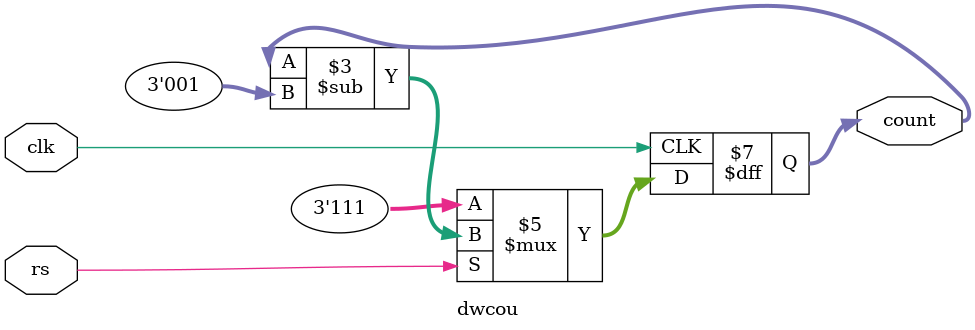
<source format=v>
module dwcou(input clk,rs,output reg [2:0] count);
always @(posedge clk)begin
if(rs==0)
count <= 3'b111;
else
count <= count - 3'b001;
end
endmodule

</source>
